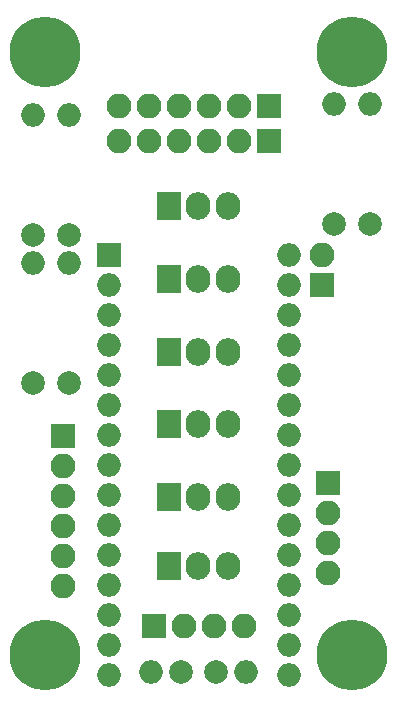
<source format=gbr>
G04 #@! TF.GenerationSoftware,KiCad,Pcbnew,(5.0.0-3-g5ebb6b6)*
G04 #@! TF.CreationDate,2019-03-28T22:34:17+01:00*
G04 #@! TF.ProjectId,tt_nano_HAT_b2,74745F6E616E6F5F4841545F62322E6B,rev?*
G04 #@! TF.SameCoordinates,Original*
G04 #@! TF.FileFunction,Soldermask,Bot*
G04 #@! TF.FilePolarity,Negative*
%FSLAX46Y46*%
G04 Gerber Fmt 4.6, Leading zero omitted, Abs format (unit mm)*
G04 Created by KiCad (PCBNEW (5.0.0-3-g5ebb6b6)) date Thursday, 28. March 2019 um 22:34:17*
%MOMM*%
%LPD*%
G01*
G04 APERTURE LIST*
%ADD10C,6.000000*%
%ADD11O,2.000000X2.000000*%
%ADD12R,2.000000X2.000000*%
%ADD13O,2.100000X2.350000*%
%ADD14R,2.100000X2.350000*%
%ADD15R,2.100000X2.100000*%
%ADD16O,2.100000X2.100000*%
%ADD17C,2.000000*%
G04 APERTURE END LIST*
D10*
G04 #@! TO.C,*
X137500000Y-87500000D03*
G04 #@! TD*
G04 #@! TO.C,*
X137500000Y-36500000D03*
G04 #@! TD*
G04 #@! TO.C,*
X163500000Y-87500000D03*
G04 #@! TD*
D11*
G04 #@! TO.C,A1*
X158130000Y-89175001D03*
X142890000Y-89175001D03*
X158130000Y-53615001D03*
X142890000Y-86635001D03*
X158130000Y-56155001D03*
X142890000Y-84095001D03*
X158130000Y-58695001D03*
X142890000Y-81555001D03*
X158130000Y-61235001D03*
X142890000Y-79015001D03*
X158130000Y-63775001D03*
X142890000Y-76475001D03*
X158130000Y-66315001D03*
X142890000Y-73935001D03*
X158130000Y-68855001D03*
X142890000Y-71395001D03*
X158130000Y-71395001D03*
X142890000Y-68855001D03*
X158130000Y-73935001D03*
X142890000Y-66315001D03*
X158130000Y-76475001D03*
X142890000Y-63775001D03*
X158130000Y-79015001D03*
X142890000Y-61235001D03*
X158130000Y-81555001D03*
X142890000Y-58695001D03*
X158130000Y-84095001D03*
X142890000Y-56155001D03*
X158130000Y-86635001D03*
D12*
X142890000Y-53615001D03*
G04 #@! TD*
D13*
G04 #@! TO.C,J7*
X153000000Y-61830000D03*
X150500000Y-61830000D03*
D14*
X148000000Y-61830000D03*
G04 #@! TD*
D15*
G04 #@! TO.C,J3*
X161500000Y-73000000D03*
D16*
X161500000Y-75540000D03*
X161500000Y-78080000D03*
X161500000Y-80620000D03*
G04 #@! TD*
D14*
G04 #@! TO.C,J4*
X148000000Y-80010000D03*
D13*
X150500000Y-80010000D03*
X153000000Y-80010000D03*
G04 #@! TD*
G04 #@! TO.C,J5*
X153000000Y-74130000D03*
X150500000Y-74130000D03*
D14*
X148000000Y-74130000D03*
G04 #@! TD*
G04 #@! TO.C,J6*
X148000000Y-67980000D03*
D13*
X150500000Y-67980000D03*
X153000000Y-67980000D03*
G04 #@! TD*
D14*
G04 #@! TO.C,J8*
X148000000Y-55680000D03*
D13*
X150500000Y-55680000D03*
X153000000Y-55680000D03*
G04 #@! TD*
G04 #@! TO.C,J9*
X153000000Y-49530000D03*
X150500000Y-49530000D03*
D14*
X148000000Y-49530000D03*
G04 #@! TD*
D16*
G04 #@! TO.C,J1*
X154320000Y-85090000D03*
X151780000Y-85090000D03*
X149240000Y-85090000D03*
D15*
X146700000Y-85090000D03*
G04 #@! TD*
D11*
G04 #@! TO.C,R1*
X154540000Y-89000000D03*
D17*
X152000000Y-89000000D03*
G04 #@! TD*
G04 #@! TO.C,R2*
X165000000Y-51000000D03*
D11*
X165000000Y-40840000D03*
G04 #@! TD*
G04 #@! TO.C,R3*
X162000000Y-40840000D03*
D17*
X162000000Y-51000000D03*
G04 #@! TD*
G04 #@! TO.C,R4*
X139500000Y-52000000D03*
D11*
X139500000Y-41840000D03*
G04 #@! TD*
G04 #@! TO.C,R5*
X136500000Y-41840000D03*
D17*
X136500000Y-52000000D03*
G04 #@! TD*
G04 #@! TO.C,R6*
X139500000Y-64500000D03*
D11*
X139500000Y-54340000D03*
G04 #@! TD*
G04 #@! TO.C,R7*
X136500000Y-54340000D03*
D17*
X136500000Y-64500000D03*
G04 #@! TD*
G04 #@! TO.C,R8*
X149000000Y-89000000D03*
D11*
X146460000Y-89000000D03*
G04 #@! TD*
D15*
G04 #@! TO.C,J2*
X156500000Y-41000000D03*
D16*
X153960000Y-41000000D03*
X151420000Y-41000000D03*
X148880000Y-41000000D03*
X146340000Y-41000000D03*
X143800000Y-41000000D03*
G04 #@! TD*
G04 #@! TO.C,J10*
X143800000Y-44000000D03*
X146340000Y-44000000D03*
X148880000Y-44000000D03*
X151420000Y-44000000D03*
X153960000Y-44000000D03*
D15*
X156500000Y-44000000D03*
G04 #@! TD*
G04 #@! TO.C,J11*
X161000000Y-56170000D03*
D16*
X161000000Y-53630000D03*
G04 #@! TD*
D15*
G04 #@! TO.C,J12*
X139000000Y-69000000D03*
D16*
X139000000Y-71540000D03*
X139000000Y-74080000D03*
X139000000Y-76620000D03*
X139000000Y-79160000D03*
X139000000Y-81700000D03*
G04 #@! TD*
D10*
G04 #@! TO.C,*
X163500000Y-36500000D03*
G04 #@! TD*
M02*

</source>
